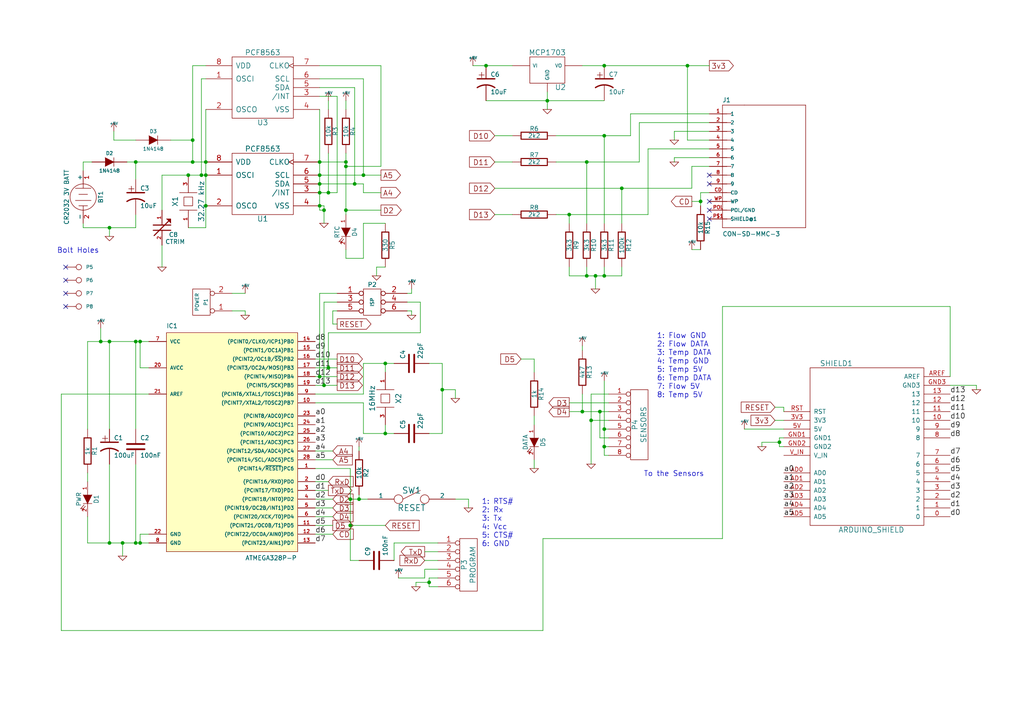
<source format=kicad_sch>
(kicad_sch (version 20230121) (generator eeschema)
  (paper "A4")
  (title_block (date "9 oct 2012"))
  (junction (at 59.69 50.8))
  (junction (at 180.34 54.61))
  (junction (at 171.45 121.92))
  (junction (at 95.25 55.88))
  (junction (at 100.33 46.99))
  (junction (at 31.75 99.06))
  (junction (at 175.26 129.54))
  (junction (at 39.37 46.99))
  (junction (at 35.56 157.48))
  (junction (at 170.18 46.99))
  (junction (at 92.71 109.22))
  (junction (at 173.99 119.38))
  (junction (at 59.69 46.99))
  (junction (at 92.71 59.69))
  (junction (at 100.33 48.26))
  (junction (at 92.71 46.99))
  (junction (at 55.88 46.99))
  (junction (at 140.97 19.05))
  (junction (at 100.33 60.96))
  (junction (at 175.26 124.46))
  (junction (at 199.39 19.05))
  (junction (at 111.76 105.41))
  (junction (at 165.1 62.23))
  (junction (at 92.71 53.34))
  (junction (at 102.87 53.34))
  (junction (at 101.6 144.78))
  (junction (at 31.75 66.04))
  (junction (at 54.61 50.8))
  (junction (at 59.69 59.69))
  (junction (at 203.2 58.42))
  (junction (at 111.76 125.73))
  (junction (at 31.75 157.48))
  (junction (at 175.26 80.01))
  (junction (at 105.41 50.8))
  (junction (at 92.71 50.8))
  (junction (at 101.6 152.4))
  (junction (at 172.72 80.01))
  (junction (at 40.64 157.48))
  (junction (at 128.27 113.03))
  (junction (at 170.18 80.01))
  (junction (at 104.14 144.78))
  (junction (at 92.71 55.88))
  (junction (at 29.21 99.06))
  (junction (at 55.88 40.64))
  (junction (at 93.98 111.76))
  (junction (at 95.25 106.68))
  (junction (at 39.37 157.48))
  (junction (at 158.75 29.21))
  (junction (at 40.64 99.06))
  (junction (at 168.91 119.38))
  (junction (at 124.46 168.91))
  (junction (at 175.26 39.37))
  (junction (at 175.26 19.05))
  (junction (at 39.37 99.06))
  (junction (at 226.06 128.27))
  (junction (at 58.42 50.8))
  (junction (at 93.98 60.96))
  (no_connect (at 205.74 60.96))
  (no_connect (at 205.74 63.5))
  (no_connect (at 205.74 58.42))
  (no_connect (at 205.74 53.34))
  (no_connect (at 19.05 81.28))
  (no_connect (at 19.05 77.47))
  (no_connect (at 205.74 50.8))
  (no_connect (at 19.05 85.09))
  (no_connect (at 19.05 88.9))
  (wire (pts (xy 170.18 80.01) (xy 172.72 80.01)))
  (wire (pts (xy 275.59 88.9) (xy 275.59 109.22)))
  (wire (pts (xy 91.44 142.24) (xy 95.25 142.24)))
  (wire (pts (xy 111.76 64.77) (xy 105.41 64.77)))
  (wire (pts (xy 105.41 74.93) (xy 100.33 74.93)))
  (wire (pts (xy 92.71 59.69) (xy 92.71 60.96)))
  (wire (pts (xy 171.45 114.3) (xy 171.45 121.92)))
  (wire (pts (xy 101.6 144.78) (xy 101.6 135.89)))
  (wire (pts (xy 158.75 29.21) (xy 158.75 31.75)))
  (wire (pts (xy 227.33 121.92) (xy 224.79 121.92)))
  (wire (pts (xy 172.72 80.01) (xy 175.26 80.01)))
  (wire (pts (xy 209.55 88.9) (xy 209.55 156.21)))
  (wire (pts (xy 283.21 111.76) (xy 275.59 111.76)))
  (wire (pts (xy 226.06 127) (xy 227.33 127)))
  (wire (pts (xy 154.94 123.19) (xy 154.94 120.65)))
  (wire (pts (xy 26.67 46.99) (xy 24.13 46.99)))
  (wire (pts (xy 105.41 64.77) (xy 105.41 74.93)))
  (wire (pts (xy 175.26 39.37) (xy 182.88 39.37)))
  (wire (pts (xy 161.29 39.37) (xy 175.26 39.37)))
  (wire (pts (xy 101.6 152.4) (xy 111.76 152.4)))
  (wire (pts (xy 91.44 106.68) (xy 95.25 106.68)))
  (wire (pts (xy 172.72 83.82) (xy 172.72 80.01)))
  (wire (pts (xy 39.37 124.46) (xy 39.37 99.06)))
  (wire (pts (xy 168.91 119.38) (xy 168.91 114.3)))
  (wire (pts (xy 111.76 125.73) (xy 114.3 125.73)))
  (wire (pts (xy 91.44 109.22) (xy 92.71 109.22)))
  (wire (pts (xy 151.13 104.14) (xy 154.94 104.14)))
  (wire (pts (xy 59.69 46.99) (xy 55.88 46.99)))
  (wire (pts (xy 170.18 46.99) (xy 170.18 64.77)))
  (wire (pts (xy 175.26 132.08) (xy 175.26 129.54)))
  (wire (pts (xy 105.41 55.88) (xy 110.49 55.88)))
  (wire (pts (xy 121.92 87.63) (xy 121.92 96.52)))
  (wire (pts (xy 93.98 111.76) (xy 97.79 111.76)))
  (wire (pts (xy 55.88 40.64) (xy 49.53 40.64)))
  (wire (pts (xy 127 157.48) (xy 114.3 157.48)))
  (wire (pts (xy 165.1 77.47) (xy 165.1 80.01)))
  (wire (pts (xy 39.37 157.48) (xy 40.64 157.48)))
  (wire (pts (xy 170.18 46.99) (xy 161.29 46.99)))
  (wire (pts (xy 102.87 53.34) (xy 105.41 53.34)))
  (wire (pts (xy 187.96 62.23) (xy 165.1 62.23)))
  (wire (pts (xy 25.4 139.7) (xy 25.4 137.16)))
  (wire (pts (xy 118.11 85.09) (xy 119.38 85.09)))
  (wire (pts (xy 158.75 26.67) (xy 158.75 29.21)))
  (wire (pts (xy 92.71 31.75) (xy 92.71 46.99)))
  (wire (pts (xy 165.1 119.38) (xy 168.91 119.38)))
  (wire (pts (xy 59.69 50.8) (xy 59.69 59.69)))
  (wire (pts (xy 91.44 139.7) (xy 95.25 139.7)))
  (wire (pts (xy 175.26 19.05) (xy 168.91 19.05)))
  (wire (pts (xy 187.96 43.18) (xy 187.96 62.23)))
  (wire (pts (xy 205.74 19.05) (xy 199.39 19.05)))
  (wire (pts (xy 93.98 59.69) (xy 93.98 60.96)))
  (wire (pts (xy 124.46 167.64) (xy 127 167.64)))
  (wire (pts (xy 226.06 129.54) (xy 226.06 128.27)))
  (wire (pts (xy 71.12 90.17) (xy 67.31 90.17)))
  (wire (pts (xy 283.21 113.03) (xy 283.21 111.76)))
  (wire (pts (xy 97.79 27.94) (xy 97.79 55.88)))
  (wire (pts (xy 91.44 104.14) (xy 97.79 104.14)))
  (wire (pts (xy 95.25 55.88) (xy 95.25 44.45)))
  (wire (pts (xy 104.14 144.78) (xy 106.68 144.78)))
  (wire (pts (xy 101.6 152.4) (xy 101.6 144.78)))
  (wire (pts (xy 121.92 96.52) (xy 95.25 96.52)))
  (wire (pts (xy 180.34 80.01) (xy 180.34 77.47)))
  (wire (pts (xy 92.71 22.86) (xy 105.41 22.86)))
  (wire (pts (xy 40.64 106.68) (xy 40.64 99.06)))
  (wire (pts (xy 171.45 121.92) (xy 171.45 134.62)))
  (wire (pts (xy 173.99 127) (xy 176.53 127)))
  (wire (pts (xy 175.26 39.37) (xy 175.26 64.77)))
  (wire (pts (xy 91.44 130.81) (xy 96.52 130.81)))
  (wire (pts (xy 168.91 101.6) (xy 168.91 100.33)))
  (wire (pts (xy 46.99 77.47) (xy 46.99 71.12)))
  (wire (pts (xy 175.26 129.54) (xy 176.53 129.54)))
  (wire (pts (xy 110.49 19.05) (xy 92.71 19.05)))
  (wire (pts (xy 119.38 85.09) (xy 119.38 83.82)))
  (wire (pts (xy 132.08 115.57) (xy 132.08 113.03)))
  (wire (pts (xy 123.19 160.02) (xy 127 160.02)))
  (wire (pts (xy 205.74 35.56) (xy 185.42 35.56)))
  (wire (pts (xy 59.69 59.69) (xy 59.69 66.04)))
  (wire (pts (xy 92.71 55.88) (xy 95.25 55.88)))
  (wire (pts (xy 176.53 114.3) (xy 171.45 114.3)))
  (wire (pts (xy 165.1 62.23) (xy 165.1 64.77)))
  (wire (pts (xy 91.44 152.4) (xy 96.52 152.4)))
  (wire (pts (xy 97.79 85.09) (xy 92.71 85.09)))
  (wire (pts (xy 100.33 48.26) (xy 110.49 48.26)))
  (wire (pts (xy 105.41 50.8) (xy 110.49 50.8)))
  (wire (pts (xy 92.71 60.96) (xy 93.98 60.96)))
  (wire (pts (xy 168.91 119.38) (xy 173.99 119.38)))
  (wire (pts (xy 95.25 55.88) (xy 97.79 55.88)))
  (wire (pts (xy 39.37 99.06) (xy 40.64 99.06)))
  (wire (pts (xy 92.71 53.34) (xy 92.71 55.88)))
  (wire (pts (xy 220.98 128.27) (xy 226.06 128.27)))
  (wire (pts (xy 59.69 19.05) (xy 55.88 19.05)))
  (wire (pts (xy 175.26 129.54) (xy 175.26 124.46)))
  (wire (pts (xy 54.61 50.8) (xy 58.42 50.8)))
  (wire (pts (xy 91.44 154.94) (xy 96.52 154.94)))
  (wire (pts (xy 100.33 62.23) (xy 100.33 60.96)))
  (wire (pts (xy 105.41 105.41) (xy 105.41 114.3)))
  (wire (pts (xy 59.69 22.86) (xy 58.42 22.86)))
  (wire (pts (xy 39.37 66.04) (xy 31.75 66.04)))
  (wire (pts (xy 59.69 46.99) (xy 59.69 50.8)))
  (wire (pts (xy 17.78 114.3) (xy 43.18 114.3)))
  (wire (pts (xy 92.71 46.99) (xy 92.71 50.8)))
  (wire (pts (xy 205.74 38.1) (xy 195.58 38.1)))
  (wire (pts (xy 109.22 80.01) (xy 109.22 77.47)))
  (wire (pts (xy 91.44 135.89) (xy 101.6 135.89)))
  (wire (pts (xy 31.75 157.48) (xy 31.75 134.62)))
  (wire (pts (xy 93.98 60.96) (xy 93.98 64.77)))
  (wire (pts (xy 128.27 105.41) (xy 128.27 113.03)))
  (wire (pts (xy 114.3 157.48) (xy 114.3 162.56)))
  (wire (pts (xy 143.51 62.23) (xy 148.59 62.23)))
  (wire (pts (xy 35.56 161.29) (xy 35.56 157.48)))
  (wire (pts (xy 92.71 27.94) (xy 97.79 27.94)))
  (wire (pts (xy 227.33 118.11) (xy 224.79 118.11)))
  (wire (pts (xy 55.88 40.64) (xy 55.88 46.99)))
  (wire (pts (xy 25.4 149.86) (xy 25.4 157.48)))
  (wire (pts (xy 123.19 165.1) (xy 127 165.1)))
  (wire (pts (xy 17.78 182.88) (xy 17.78 114.3)))
  (wire (pts (xy 165.1 80.01) (xy 170.18 80.01)))
  (wire (pts (xy 100.33 31.75) (xy 100.33 29.21)))
  (wire (pts (xy 185.42 46.99) (xy 170.18 46.99)))
  (wire (pts (xy 157.48 182.88) (xy 17.78 182.88)))
  (wire (pts (xy 203.2 58.42) (xy 200.66 58.42)))
  (wire (pts (xy 96.52 147.32) (xy 91.44 147.32)))
  (wire (pts (xy 227.33 124.46) (xy 215.9 124.46)))
  (wire (pts (xy 100.33 46.99) (xy 100.33 44.45)))
  (wire (pts (xy 31.75 68.58) (xy 31.75 66.04)))
  (wire (pts (xy 203.2 59.69) (xy 203.2 58.42)))
  (wire (pts (xy 31.75 157.48) (xy 35.56 157.48)))
  (wire (pts (xy 96.52 93.98) (xy 97.79 93.98)))
  (wire (pts (xy 132.08 113.03) (xy 128.27 113.03)))
  (wire (pts (xy 29.21 99.06) (xy 31.75 99.06)))
  (wire (pts (xy 182.88 33.02) (xy 205.74 33.02)))
  (wire (pts (xy 185.42 35.56) (xy 185.42 46.99)))
  (wire (pts (xy 180.34 54.61) (xy 180.34 64.77)))
  (wire (pts (xy 195.58 46.99) (xy 195.58 45.72)))
  (wire (pts (xy 200.66 54.61) (xy 200.66 48.26)))
  (wire (pts (xy 31.75 66.04) (xy 24.13 66.04)))
  (wire (pts (xy 143.51 46.99) (xy 148.59 46.99)))
  (wire (pts (xy 123.19 167.64) (xy 123.19 165.1)))
  (wire (pts (xy 101.6 144.78) (xy 104.14 144.78)))
  (wire (pts (xy 96.52 90.17) (xy 96.52 93.98)))
  (wire (pts (xy 114.3 105.41) (xy 111.76 105.41)))
  (wire (pts (xy 39.37 52.07) (xy 39.37 46.99)))
  (wire (pts (xy 43.18 106.68) (xy 40.64 106.68)))
  (wire (pts (xy 95.25 31.75) (xy 95.25 29.21)))
  (wire (pts (xy 58.42 22.86) (xy 58.42 50.8)))
  (wire (pts (xy 170.18 77.47) (xy 170.18 80.01)))
  (wire (pts (xy 105.41 53.34) (xy 105.41 55.88)))
  (wire (pts (xy 220.98 129.54) (xy 220.98 128.27)))
  (wire (pts (xy 91.44 149.86) (xy 96.52 149.86)))
  (wire (pts (xy 24.13 66.04) (xy 24.13 64.77)))
  (wire (pts (xy 100.33 74.93) (xy 100.33 72.39)))
  (wire (pts (xy 93.98 111.76) (xy 93.98 87.63)))
  (wire (pts (xy 59.69 31.75) (xy 59.69 46.99)))
  (wire (pts (xy 46.99 60.96) (xy 46.99 50.8)))
  (wire (pts (xy 39.37 62.23) (xy 39.37 66.04)))
  (wire (pts (xy 25.4 99.06) (xy 29.21 99.06)))
  (wire (pts (xy 119.38 91.44) (xy 119.38 90.17)))
  (wire (pts (xy 111.76 125.73) (xy 111.76 123.19)))
  (wire (pts (xy 40.64 157.48) (xy 40.64 154.94)))
  (wire (pts (xy 128.27 125.73) (xy 124.46 125.73)))
  (wire (pts (xy 91.44 116.84) (xy 105.41 116.84)))
  (wire (pts (xy 102.87 25.4) (xy 102.87 53.34)))
  (wire (pts (xy 124.46 168.91) (xy 124.46 167.64)))
  (wire (pts (xy 203.2 58.42) (xy 203.2 55.88)))
  (wire (pts (xy 31.75 124.46) (xy 31.75 99.06)))
  (wire (pts (xy 29.21 99.06) (xy 29.21 95.25)))
  (wire (pts (xy 111.76 105.41) (xy 105.41 105.41)))
  (wire (pts (xy 200.66 48.26) (xy 205.74 48.26)))
  (wire (pts (xy 135.89 144.78) (xy 132.08 144.78)))
  (wire (pts (xy 165.1 62.23) (xy 161.29 62.23)))
  (wire (pts (xy 209.55 156.21) (xy 157.48 156.21)))
  (wire (pts (xy 35.56 157.48) (xy 39.37 157.48)))
  (wire (pts (xy 176.53 132.08) (xy 175.26 132.08)))
  (wire (pts (xy 199.39 19.05) (xy 175.26 19.05)))
  (wire (pts (xy 95.25 96.52) (xy 95.25 106.68)))
  (wire (pts (xy 124.46 168.91) (xy 120.65 168.91)))
  (wire (pts (xy 227.33 119.38) (xy 227.33 118.11)))
  (wire (pts (xy 109.22 77.47) (xy 111.76 77.47)))
  (wire (pts (xy 67.31 85.09) (xy 71.12 85.09)))
  (wire (pts (xy 105.41 125.73) (xy 111.76 125.73)))
  (wire (pts (xy 127 170.18) (xy 124.46 170.18)))
  (wire (pts (xy 175.26 124.46) (xy 176.53 124.46)))
  (wire (pts (xy 92.71 50.8) (xy 92.71 53.34)))
  (wire (pts (xy 148.59 19.05) (xy 140.97 19.05)))
  (wire (pts (xy 199.39 40.64) (xy 199.39 19.05)))
  (wire (pts (xy 157.48 156.21) (xy 157.48 182.88)))
  (wire (pts (xy 165.1 116.84) (xy 176.53 116.84)))
  (wire (pts (xy 123.19 162.56) (xy 127 162.56)))
  (wire (pts (xy 227.33 129.54) (xy 226.06 129.54)))
  (wire (pts (xy 40.64 99.06) (xy 43.18 99.06)))
  (wire (pts (xy 105.41 114.3) (xy 91.44 114.3)))
  (wire (pts (xy 104.14 144.78) (xy 104.14 143.51)))
  (wire (pts (xy 97.79 90.17) (xy 96.52 90.17)))
  (wire (pts (xy 33.02 40.64) (xy 33.02 38.1)))
  (wire (pts (xy 25.4 124.46) (xy 25.4 99.06)))
  (wire (pts (xy 91.44 144.78) (xy 96.52 144.78)))
  (wire (pts (xy 95.25 106.68) (xy 97.79 106.68)))
  (wire (pts (xy 39.37 46.99) (xy 36.83 46.99)))
  (wire (pts (xy 105.41 22.86) (xy 105.41 50.8)))
  (wire (pts (xy 92.71 25.4) (xy 102.87 25.4)))
  (wire (pts (xy 173.99 119.38) (xy 176.53 119.38)))
  (wire (pts (xy 101.6 162.56) (xy 101.6 152.4)))
  (wire (pts (xy 124.46 105.41) (xy 128.27 105.41)))
  (wire (pts (xy 226.06 128.27) (xy 226.06 127)))
  (wire (pts (xy 25.4 157.48) (xy 31.75 157.48)))
  (wire (pts (xy 39.37 157.48) (xy 39.37 134.62)))
  (wire (pts (xy 104.14 130.81) (xy 104.14 129.54)))
  (wire (pts (xy 140.97 29.21) (xy 158.75 29.21)))
  (wire (pts (xy 92.71 50.8) (xy 105.41 50.8)))
  (wire (pts (xy 173.99 119.38) (xy 173.99 127)))
  (wire (pts (xy 105.41 116.84) (xy 105.41 125.73)))
  (wire (pts (xy 154.94 133.35) (xy 154.94 135.89)))
  (wire (pts (xy 118.11 87.63) (xy 121.92 87.63)))
  (wire (pts (xy 110.49 48.26) (xy 110.49 19.05)))
  (wire (pts (xy 154.94 104.14) (xy 154.94 107.95)))
  (wire (pts (xy 203.2 55.88) (xy 205.74 55.88)))
  (wire (pts (xy 31.75 99.06) (xy 39.37 99.06)))
  (wire (pts (xy 55.88 19.05) (xy 55.88 40.64)))
  (wire (pts (xy 175.26 124.46) (xy 175.26 110.49)))
  (wire (pts (xy 115.57 167.64) (xy 123.19 167.64)))
  (wire (pts (xy 175.26 80.01) (xy 180.34 80.01)))
  (wire (pts (xy 46.99 50.8) (xy 54.61 50.8)))
  (wire (pts (xy 119.38 90.17) (xy 118.11 90.17)))
  (wire (pts (xy 111.76 105.41) (xy 111.76 107.95)))
  (wire (pts (xy 158.75 29.21) (xy 175.26 29.21)))
  (wire (pts (xy 100.33 48.26) (xy 100.33 46.99)))
  (wire (pts (xy 143.51 54.61) (xy 180.34 54.61)))
  (wire (pts (xy 140.97 19.05) (xy 137.16 19.05)))
  (wire (pts (xy 55.88 46.99) (xy 39.37 46.99)))
  (wire (pts (xy 92.71 55.88) (xy 92.71 59.69)))
  (wire (pts (xy 100.33 46.99) (xy 92.71 46.99)))
  (wire (pts (xy 92.71 109.22) (xy 97.79 109.22)))
  (wire (pts (xy 92.71 53.34) (xy 102.87 53.34)))
  (wire (pts (xy 175.26 80.01) (xy 175.26 77.47)))
  (wire (pts (xy 91.44 111.76) (xy 93.98 111.76)))
  (wire (pts (xy 120.65 168.91) (xy 120.65 170.18)))
  (wire (pts (xy 110.49 60.96) (xy 100.33 60.96)))
  (wire (pts (xy 92.71 59.69) (xy 93.98 59.69)))
  (wire (pts (xy 104.14 162.56) (xy 101.6 162.56)))
  (wire (pts (xy 39.37 40.64) (xy 33.02 40.64)))
  (wire (pts (xy 40.64 154.94) (xy 43.18 154.94)))
  (wire (pts (xy 143.51 39.37) (xy 148.59 39.37)))
  (wire (pts (xy 93.98 87.63) (xy 97.79 87.63)))
  (wire (pts (xy 92.71 85.09) (xy 92.71 109.22)))
  (wire (pts (xy 24.13 46.99) (xy 24.13 49.53)))
  (wire (pts (xy 124.46 170.18) (xy 124.46 168.91)))
  (wire (pts (xy 71.12 91.44) (xy 71.12 90.17)))
  (wire (pts (xy 195.58 38.1) (xy 195.58 40.64)))
  (wire (pts (xy 180.34 54.61) (xy 200.66 54.61)))
  (wire (pts (xy 195.58 45.72) (xy 205.74 45.72)))
  (wire (pts (xy 176.53 121.92) (xy 171.45 121.92)))
  (wire (pts (xy 135.89 147.32) (xy 135.89 144.78)))
  (wire (pts (xy 205.74 43.18) (xy 187.96 43.18)))
  (wire (pts (xy 59.69 66.04) (xy 54.61 66.04)))
  (wire (pts (xy 205.74 40.64) (xy 199.39 40.64)))
  (wire (pts (xy 91.44 133.35) (xy 96.52 133.35)))
  (wire (pts (xy 58.42 50.8) (xy 59.69 50.8)))
  (wire (pts (xy 100.33 60.96) (xy 100.33 48.26)))
  (wire (pts (xy 200.66 72.39) (xy 203.2 72.39)))
  (wire (pts (xy 275.59 88.9) (xy 209.55 88.9)))
  (wire (pts (xy 182.88 39.37) (xy 182.88 33.02)))
  (wire (pts (xy 40.64 157.48) (xy 43.18 157.48)))
  (wire (pts (xy 128.27 113.03) (xy 128.27 125.73)))
  (text "1: RTS#\n2: Rx\n3: Tx\n4: Vcc\n5: CTS#\n6: GND" (at 139.7 158.75 0) (effects (font (size 1.524 1.524)) (justify left bottom)))
  (text "To the Sensors" (at 186.69 138.43 0) (effects (font (size 1.524 1.524)) (justify left bottom)))
  (text "1: Flow GND\n2: Flow DATA\n3: Temp DATA\n4: Temp GND\n5: Temp 5V\n6: Temp DATA\n7: Flow 5V\n8: Temp 5V" (at 190.5 115.57 0) (effects (font (size 1.524 1.524)) (justify left bottom)))
  (text "Bolt Holes" (at 16.51 73.66 0) (effects (font (size 1.524 1.524)) (justify left bottom)))
  (label "a5" (at 227.33 149.86 0) (effects (font (size 1.524 1.524))))
  (label "d3" (at 91.44 147.32 0) (effects (font (size 1.524 1.524))))
  (label "d11" (at 275.59 119.38 0) (effects (font (size 1.524 1.524))))
  (label "d9" (at 91.44 101.6 0) (effects (font (size 1.524 1.524))))
  (label "d8" (at 275.59 127 0) (effects (font (size 1.524 1.524))))
  (label "a2" (at 227.33 142.24 0) (effects (font (size 1.524 1.524))))
  (label "d0" (at 91.44 139.7 0) (effects (font (size 1.524 1.524))))
  (label "d4" (at 275.59 139.7 0) (effects (font (size 1.524 1.524))))
  (label "a1" (at 227.33 139.7 0) (effects (font (size 1.524 1.524))))
  (label "d5" (at 275.59 137.16 0) (effects (font (size 1.524 1.524))))
  (label "d13" (at 275.59 114.3 0) (effects (font (size 1.524 1.524))))
  (label "d10" (at 275.59 121.92 0) (effects (font (size 1.524 1.524))))
  (label "d7" (at 275.59 132.08 0) (effects (font (size 1.524 1.524))))
  (label "a4" (at 227.33 147.32 0) (effects (font (size 1.524 1.524))))
  (label "d13" (at 91.44 111.76 0) (effects (font (size 1.524 1.524))))
  (label "d12" (at 91.44 109.22 0) (effects (font (size 1.524 1.524))))
  (label "a0" (at 227.33 137.16 0) (effects (font (size 1.524 1.524))))
  (label "a3" (at 227.33 144.78 0) (effects (font (size 1.524 1.524))))
  (label "d2" (at 91.44 144.78 0) (effects (font (size 1.524 1.524))))
  (label "d3" (at 275.59 142.24 0) (effects (font (size 1.524 1.524))))
  (label "a1" (at 91.44 123.19 0) (effects (font (size 1.524 1.524))))
  (label "d5" (at 91.44 152.4 0) (effects (font (size 1.524 1.524))))
  (label "a0" (at 91.44 120.65 0) (effects (font (size 1.524 1.524))))
  (label "d1" (at 275.59 147.32 0) (effects (font (size 1.524 1.524))))
  (label "a3" (at 91.44 128.27 0) (effects (font (size 1.524 1.524))))
  (label "d6" (at 275.59 134.62 0) (effects (font (size 1.524 1.524))))
  (label "a2" (at 91.44 125.73 0) (effects (font (size 1.524 1.524))))
  (label "d6" (at 91.44 154.94 0) (effects (font (size 1.524 1.524))))
  (label "a5" (at 91.44 133.35 0) (effects (font (size 1.524 1.524))))
  (label "d10" (at 91.44 104.14 0) (effects (font (size 1.524 1.524))))
  (label "d8" (at 91.44 99.06 0) (effects (font (size 1.524 1.524))))
  (label "d12" (at 275.59 116.84 0) (effects (font (size 1.524 1.524))))
  (label "d4" (at 91.44 149.86 0) (effects (font (size 1.524 1.524))))
  (label "a4" (at 91.44 130.81 0) (effects (font (size 1.524 1.524))))
  (label "d1" (at 91.44 142.24 0) (effects (font (size 1.524 1.524))))
  (label "d7" (at 91.44 157.48 0) (effects (font (size 1.524 1.524))))
  (label "d11" (at 91.44 106.68 0) (effects (font (size 1.524 1.524))))
  (label "d9" (at 275.59 124.46 0) (effects (font (size 1.524 1.524))))
  (label "d0" (at 275.59 149.86 0) (effects (font (size 1.524 1.524))))
  (label "d2" (at 275.59 144.78 0) (effects (font (size 1.524 1.524))))
  (global_label "A5" (shape output) (at 110.49 50.8 0) (effects (font (size 1.524 1.524))) (property "Intersheetrefs" "${INTERSHEET_REFS}" (effects hide)))
  (global_label "D12" (shape input) (at 143.51 54.61 180) (effects (font (size 1.524 1.524))) (property "Intersheetrefs" "${INTERSHEET_REFS}" (effects hide)))
  (global_label "RESET" (shape input) (at 111.76 152.4 0) (effects (font (size 1.524 1.524))) (property "Intersheetrefs" "${INTERSHEET_REFS}" (effects hide)))
  (global_label "D4" (shape input) (at 96.52 149.86 0) (effects (font (size 1.524 1.524))) (property "Intersheetrefs" "${INTERSHEET_REFS}" (effects hide)))
  (global_label "D10" (shape output) (at 97.79 104.14 0) (effects (font (size 1.524 1.524))) (property "Intersheetrefs" "${INTERSHEET_REFS}" (effects hide)))
  (global_label "D12" (shape output) (at 97.79 109.22 0) (effects (font (size 1.524 1.524))) (property "Intersheetrefs" "${INTERSHEET_REFS}" (effects hide)))
  (global_label "D13" (shape input) (at 143.51 62.23 180) (effects (font (size 1.524 1.524))) (property "Intersheetrefs" "${INTERSHEET_REFS}" (effects hide)))
  (global_label "TxD" (shape output) (at 95.25 142.24 0) (effects (font (size 1.524 1.524))) (property "Intersheetrefs" "${INTERSHEET_REFS}" (effects hide)))
  (global_label "D2" (shape output) (at 110.49 60.96 0) (effects (font (size 1.524 1.524))) (property "Intersheetrefs" "${INTERSHEET_REFS}" (effects hide)))
  (global_label "RESET" (shape output) (at 97.79 93.98 0) (effects (font (size 1.524 1.524))) (property "Intersheetrefs" "${INTERSHEET_REFS}" (effects hide)))
  (global_label "D11" (shape input) (at 143.51 46.99 180) (effects (font (size 1.524 1.524))) (property "Intersheetrefs" "${INTERSHEET_REFS}" (effects hide)))
  (global_label "RESET" (shape input) (at 224.79 118.11 180) (effects (font (size 1.524 1.524))) (property "Intersheetrefs" "${INTERSHEET_REFS}" (effects hide)))
  (global_label "RxD" (shape input) (at 95.25 139.7 0) (effects (font (size 1.524 1.524))) (property "Intersheetrefs" "${INTERSHEET_REFS}" (effects hide)))
  (global_label "D2" (shape input) (at 96.52 144.78 0) (effects (font (size 1.524 1.524))) (property "Intersheetrefs" "${INTERSHEET_REFS}" (effects hide)))
  (global_label "D5" (shape output) (at 96.52 152.4 0) (effects (font (size 1.524 1.524))) (property "Intersheetrefs" "${INTERSHEET_REFS}" (effects hide)))
  (global_label "3v3" (shape output) (at 205.74 19.05 0) (effects (font (size 1.524 1.524))) (property "Intersheetrefs" "${INTERSHEET_REFS}" (effects hide)))
  (global_label "A4" (shape input) (at 96.52 130.81 0) (effects (font (size 1.524 1.524))) (property "Intersheetrefs" "${INTERSHEET_REFS}" (effects hide)))
  (global_label "D13" (shape output) (at 97.79 111.76 0) (effects (font (size 1.524 1.524))) (property "Intersheetrefs" "${INTERSHEET_REFS}" (effects hide)))
  (global_label "A5" (shape input) (at 96.52 133.35 0) (effects (font (size 1.524 1.524))) (property "Intersheetrefs" "${INTERSHEET_REFS}" (effects hide)))
  (global_label "3v3" (shape input) (at 224.79 121.92 180) (effects (font (size 1.524 1.524))) (property "Intersheetrefs" "${INTERSHEET_REFS}" (effects hide)))
  (global_label "D4" (shape output) (at 165.1 119.38 180) (effects (font (size 1.524 1.524))) (property "Intersheetrefs" "${INTERSHEET_REFS}" (effects hide)))
  (global_label "CD" (shape output) (at 200.66 58.42 180) (effects (font (size 1.524 1.524))) (property "Intersheetrefs" "${INTERSHEET_REFS}" (effects hide)))
  (global_label "RxD" (shape input) (at 123.19 162.56 180) (effects (font (size 1.524 1.524))) (property "Intersheetrefs" "${INTERSHEET_REFS}" (effects hide)))
  (global_label "D11" (shape output) (at 97.79 106.68 0) (effects (font (size 1.524 1.524))) (property "Intersheetrefs" "${INTERSHEET_REFS}" (effects hide)))
  (global_label "A4" (shape output) (at 110.49 55.88 0) (effects (font (size 1.524 1.524))) (property "Intersheetrefs" "${INTERSHEET_REFS}" (effects hide)))
  (global_label "TxD" (shape output) (at 123.19 160.02 180) (effects (font (size 1.524 1.524))) (property "Intersheetrefs" "${INTERSHEET_REFS}" (effects hide)))
  (global_label "D10" (shape input) (at 143.51 39.37 180) (effects (font (size 1.524 1.524))) (property "Intersheetrefs" "${INTERSHEET_REFS}" (effects hide)))
  (global_label "D5" (shape input) (at 151.13 104.14 180) (effects (font (size 1.524 1.524))) (property "Intersheetrefs" "${INTERSHEET_REFS}" (effects hide)))
  (global_label "CD" (shape input) (at 96.52 154.94 0) (effects (font (size 1.524 1.524))) (property "Intersheetrefs" "${INTERSHEET_REFS}" (effects hide)))
  (global_label "D3" (shape output) (at 165.1 116.84 180) (effects (font (size 1.524 1.524))) (property "Intersheetrefs" "${INTERSHEET_REFS}" (effects hide)))
  (global_label "D3" (shape input) (at 96.52 147.32 0) (effects (font (size 1.524 1.524))) (property "Intersheetrefs" "${INTERSHEET_REFS}" (effects hide)))
  (symbol (lib_id "DAQ_Flow_LEEDR_v5-rescue:ATMEGA328P-P-RESCUE-DAQ_Flow_LEEDR_v4") (at 66.04 127 0) (unit 1)
    (property "Reference" "IC1" (at 48.26 95.25 0) (effects (justify left bottom)))
    (property "Value" "ATMEGA328P-P" (at 71.12 162.56 0) (effects (justify left bottom)))
    (property "Footprint" "matts_components:DIP-28__300_ELL" (effects hide))
  )
  (symbol (lib_id "DAQ_Flow_LEEDR_v5-rescue:R-RESCUE-DAQ_Flow_LEEDR_v4") (at 104.14 137.16 0) (unit 1)
    (property "Reference" "R2" (at 106.172 137.16 90))
    (property "Value" "10k" (at 104.14 137.16 90))
    (property "Footprint" "matts_components:R3-LARGE_PADS_0_8_hole" (effects hide))
  )
  (symbol (lib_id "DAQ_Flow_LEEDR_v5-rescue:QUARTZCMS4") (at 111.76 115.57 270) (unit 1)
    (property "Reference" "X2" (at 115.57 115.57 0) (effects (font (size 1.524 1.524))))
    (property "Value" "16MHz" (at 107.95 115.57 0) (effects (font (size 1.524 1.524))))
    (property "Footprint" "matts_components:Xtal_small_matt" (effects hide))
  )
  (symbol (lib_id "DAQ_Flow_LEEDR_v5-rescue:C-RESCUE-DAQ_Flow_LEEDR_v4") (at 119.38 105.41 90) (unit 1)
    (property "Reference" "C4" (at 116.84 104.14 0) (effects (justify left)))
    (property "Value" "22pF" (at 121.92 104.14 0) (effects (justify left)))
    (property "Footprint" "matts_components:C1_lg_pad" (effects hide))
  )
  (symbol (lib_id "DAQ_Flow_LEEDR_v5-rescue:C-RESCUE-DAQ_Flow_LEEDR_v4") (at 119.38 125.73 90) (unit 1)
    (property "Reference" "C5" (at 116.84 124.46 0) (effects (justify left)))
    (property "Value" "22pF" (at 121.92 124.46 0) (effects (justify left)))
    (property "Footprint" "matts_components:C1_lg_pad" (effects hide))
  )
  (symbol (lib_id "DAQ_Flow_LEEDR_v5-rescue:SPST") (at 119.38 144.78 0) (unit 1)
    (property "Reference" "SW1" (at 119.38 142.24 0) (effects (font (size 1.778 1.778))))
    (property "Value" "RESET" (at 119.38 147.32 0) (effects (font (size 1.778 1.778))))
    (property "Footprint" "matts_components:SW_PUSH_single_pins" (effects hide))
  )
  (symbol (lib_id "DAQ_Flow_LEEDR_v5-rescue:CP1-RESCUE-DAQ_Flow_LEEDR_v4") (at 31.75 129.54 0) (unit 1)
    (property "Reference" "C1" (at 33.02 127 0) (effects (justify left)))
    (property "Value" "100uF" (at 33.02 132.08 0) (effects (justify left)))
    (property "Footprint" "matts_components:C2V8_large_pads" (effects hide))
  )
  (symbol (lib_id "DAQ_Flow_LEEDR_v5-rescue:C-RESCUE-DAQ_Flow_LEEDR_v4") (at 39.37 129.54 0) (unit 1)
    (property "Reference" "C2" (at 40.64 127 0) (effects (justify left)))
    (property "Value" "100nF" (at 40.64 132.08 0) (effects (justify left)))
    (property "Footprint" "matts_components:C1_wide_lg_pad" (effects hide))
  )
  (symbol (lib_id "DAQ_Flow_LEEDR_v5-rescue:R-RESCUE-DAQ_Flow_LEEDR_v4") (at 25.4 130.81 0) (unit 1)
    (property "Reference" "R1" (at 27.432 130.81 90))
    (property "Value" "1k" (at 25.4 130.81 90))
    (property "Footprint" "matts_components:R3-LARGE_PADS_0_8_hole" (effects hide))
  )
  (symbol (lib_id "DAQ_Flow_LEEDR_v5-rescue:LED-RESCUE-DAQ_Flow_LEEDR_v4") (at 25.4 144.78 270) (unit 1)
    (property "Reference" "D1" (at 27.94 144.78 0))
    (property "Value" "PWR" (at 22.86 144.78 0))
    (property "Footprint" "matts_components:led-LED3MM_matt" (effects hide))
  )
  (symbol (lib_id "DAQ_Flow_LEEDR_v5-rescue:PCF8563") (at 76.2 53.34 0) (unit 1)
    (property "Reference" "U1" (at 76.2 63.4746 0) (effects (font (size 1.524 1.524))))
    (property "Value" "PCF8563" (at 76.2 43.18 0) (effects (font (size 1.524 1.524))))
    (property "Footprint" "REInnovationFootprint:DIP-8_300_ELL" (effects hide))
  )
  (symbol (lib_id "DAQ_Flow_LEEDR_v5-rescue:QUARTZCMS4") (at 54.61 58.42 90) (unit 1)
    (property "Reference" "X1" (at 50.8 58.42 0) (effects (font (size 1.524 1.524))))
    (property "Value" "32.27 kHz" (at 58.42 58.42 0) (effects (font (size 1.524 1.524))))
    (property "Footprint" "matts_components:Xtal_watch_matt" (effects hide))
  )
  (symbol (lib_id "DAQ_Flow_LEEDR_v5-rescue:R-RESCUE-DAQ_Flow_LEEDR_v4") (at 100.33 38.1 0) (unit 1)
    (property "Reference" "R4" (at 102.362 38.1 90))
    (property "Value" "10k" (at 100.33 38.1 90))
    (property "Footprint" "matts_components:R3-LARGE_PADS_0_8_hole" (effects hide))
  )
  (symbol (lib_id "DAQ_Flow_LEEDR_v5-rescue:LED-RESCUE-DAQ_Flow_LEEDR_v4") (at 100.33 67.31 270) (unit 1)
    (property "Reference" "D4" (at 102.87 67.31 0))
    (property "Value" "RTC" (at 97.79 67.31 0))
    (property "Footprint" "matts_components:led-LED3MM_matt" (effects hide))
  )
  (symbol (lib_id "DAQ_Flow_LEEDR_v5-rescue:R-RESCUE-DAQ_Flow_LEEDR_v4") (at 95.25 38.1 0) (unit 1)
    (property "Reference" "R3" (at 97.282 38.1 90))
    (property "Value" "10k" (at 95.25 38.1 90))
    (property "Footprint" "matts_components:R3-LARGE_PADS_0_8_hole" (effects hide))
  )
  (symbol (lib_id "DAQ_Flow_LEEDR_v5-rescue:CP1-RESCUE-DAQ_Flow_LEEDR_v4") (at 39.37 57.15 0) (unit 1)
    (property "Reference" "C3" (at 40.64 54.61 0) (effects (justify left)))
    (property "Value" "10uF" (at 40.64 59.69 0) (effects (justify left)))
    (property "Footprint" "matts_components:C2V8_large_pad" (effects hide))
  )
  (symbol (lib_id "DAQ_Flow_LEEDR_v5-rescue:DIODE") (at 31.75 46.99 0) (unit 1)
    (property "Reference" "D2" (at 31.75 44.45 0) (effects (font (size 1.016 1.016))))
    (property "Value" "1N4148" (at 31.75 49.53 0) (effects (font (size 1.016 1.016))))
    (property "Footprint" "matts_components:D4_lg_pad" (effects hide))
  )
  (symbol (lib_id "DAQ_Flow_LEEDR_v5-rescue:DIODE") (at 44.45 40.64 0) (unit 1)
    (property "Reference" "D3" (at 44.45 38.1 0) (effects (font (size 1.016 1.016))))
    (property "Value" "1N4148" (at 44.45 43.18 0) (effects (font (size 1.016 1.016))))
    (property "Footprint" "matts_components:D4_lg_pad" (effects hide))
  )
  (symbol (lib_id "DAQ_Flow_LEEDR_v5-rescue:BATTERY") (at 24.13 57.15 270) (unit 1)
    (property "Reference" "BT1" (at 29.21 57.15 0))
    (property "Value" "CR2032 3V BATT" (at 19.304 57.15 0))
    (property "Footprint" "matts_components:Batt_conn_20mm_thruh" (effects hide))
  )
  (symbol (lib_id "DAQ_Flow_LEEDR_v5-rescue:+5V") (at 33.02 38.1 0) (unit 1)
    (property "Reference" "#PWR031" (effects hide))
    (property "Value" "+5V" (at 33.02 35.814 0) (effects (font (size 0.762 0.762))))
  )
  (symbol (lib_id "DAQ_Flow_LEEDR_v5-rescue:GND-RESCUE-DAQ_Flow_LEEDR_v4") (at 31.75 68.58 0) (unit 1)
    (property "Reference" "#PWR030" (effects hide))
    (property "Value" "GND" (effects hide))
  )
  (symbol (lib_id "DAQ_Flow_LEEDR_v5-rescue:+5V") (at 95.25 29.21 0) (unit 1)
    (property "Reference" "#PWR029" (effects hide))
    (property "Value" "+5V" (at 95.25 26.924 0) (effects (font (size 0.762 0.762))))
  )
  (symbol (lib_id "DAQ_Flow_LEEDR_v5-rescue:+5V") (at 100.33 29.21 0) (unit 1)
    (property "Reference" "#PWR028" (effects hide))
    (property "Value" "+5V" (at 100.33 26.924 0) (effects (font (size 0.762 0.762))))
  )
  (symbol (lib_id "DAQ_Flow_LEEDR_v5-rescue:GND-RESCUE-DAQ_Flow_LEEDR_v4") (at 93.98 64.77 0) (unit 1)
    (property "Reference" "#PWR027" (effects hide))
    (property "Value" "GND" (effects hide))
  )
  (symbol (lib_id "DAQ_Flow_LEEDR_v5-rescue:R-RESCUE-DAQ_Flow_LEEDR_v4") (at 111.76 71.12 0) (unit 1)
    (property "Reference" "R5" (at 113.792 71.12 90))
    (property "Value" "330" (at 111.76 71.12 90))
    (property "Footprint" "matts_components:R3-LARGE_PADS_0_8_hole" (effects hide))
  )
  (symbol (lib_id "DAQ_Flow_LEEDR_v5-rescue:GND-RESCUE-DAQ_Flow_LEEDR_v4") (at 109.22 80.01 0) (unit 1)
    (property "Reference" "#PWR026" (effects hide))
    (property "Value" "GND" (effects hide))
  )
  (symbol (lib_id "DAQ_Flow_LEEDR_v5-rescue:GND-RESCUE-DAQ_Flow_LEEDR_v4") (at 35.56 161.29 0) (unit 1)
    (property "Reference" "#PWR025" (effects hide))
    (property "Value" "GND" (effects hide))
  )
  (symbol (lib_id "DAQ_Flow_LEEDR_v5-rescue:GND-RESCUE-DAQ_Flow_LEEDR_v4") (at 132.08 115.57 0) (unit 1)
    (property "Reference" "#PWR024" (effects hide))
    (property "Value" "GND" (effects hide))
  )
  (symbol (lib_id "DAQ_Flow_LEEDR_v5-rescue:+5V") (at 104.14 129.54 0) (unit 1)
    (property "Reference" "#PWR023" (effects hide))
    (property "Value" "+5V" (at 104.14 127.254 0) (effects (font (size 0.762 0.762))))
  )
  (symbol (lib_id "DAQ_Flow_LEEDR_v5-rescue:GND-RESCUE-DAQ_Flow_LEEDR_v4") (at 135.89 147.32 0) (unit 1)
    (property "Reference" "#PWR022" (effects hide))
    (property "Value" "GND" (effects hide))
  )
  (symbol (lib_id "DAQ_Flow_LEEDR_v5-rescue:R-RESCUE-DAQ_Flow_LEEDR_v4") (at 154.94 62.23 90) (unit 1)
    (property "Reference" "R8" (at 154.94 60.198 90))
    (property "Value" "2k2" (at 154.94 62.23 90))
    (property "Footprint" "matts_components:R3-LARGE_PADS_0_8_hole" (effects hide))
  )
  (symbol (lib_id "DAQ_Flow_LEEDR_v5-rescue:R-RESCUE-DAQ_Flow_LEEDR_v4") (at 165.1 71.12 0) (unit 1)
    (property "Reference" "R9" (at 167.132 71.12 90))
    (property "Value" "3k3" (at 165.1 71.12 90))
    (property "Footprint" "matts_components:R3-LARGE_PADS_0_8_hole" (effects hide))
  )
  (symbol (lib_id "DAQ_Flow_LEEDR_v5-rescue:R-RESCUE-DAQ_Flow_LEEDR_v4") (at 154.94 39.37 90) (unit 1)
    (property "Reference" "R6" (at 154.94 37.338 90))
    (property "Value" "2k2" (at 154.94 39.37 90))
    (property "Footprint" "matts_components:R3-LARGE_PADS_0_8_hole" (effects hide))
  )
  (symbol (lib_id "DAQ_Flow_LEEDR_v5-rescue:R-RESCUE-DAQ_Flow_LEEDR_v4") (at 170.18 71.12 0) (unit 1)
    (property "Reference" "R10" (at 172.212 71.12 90))
    (property "Value" "3k3" (at 170.18 71.12 90))
    (property "Footprint" "matts_components:R3-LARGE_PADS_0_8_hole" (effects hide))
  )
  (symbol (lib_id "DAQ_Flow_LEEDR_v5-rescue:R-RESCUE-DAQ_Flow_LEEDR_v4") (at 154.94 46.99 90) (unit 1)
    (property "Reference" "R7" (at 154.94 44.958 90))
    (property "Value" "2k2" (at 154.94 46.99 90))
    (property "Footprint" "matts_components:R3-LARGE_PADS_0_8_hole" (effects hide))
  )
  (symbol (lib_id "DAQ_Flow_LEEDR_v5-rescue:CON-SD-MMC-3") (at 213.36 48.26 0) (unit 1)
    (property "Reference" "J1" (at 209.55 29.718 0) (effects (justify left bottom)))
    (property "Value" "CON-SD-MMC-3" (at 209.55 68.58 0) (effects (justify left bottom)))
    (property "Footprint" "matts_components:SD_holder_3M_matt" (effects hide))
  )
  (symbol (lib_id "DAQ_Flow_LEEDR_v5-rescue:+5V") (at 29.21 95.25 0) (unit 1)
    (property "Reference" "#PWR021" (effects hide))
    (property "Value" "+5V" (at 29.21 92.964 0) (effects (font (size 0.762 0.762))))
  )
  (symbol (lib_id "DAQ_Flow_LEEDR_v5-rescue:7805") (at 158.75 20.32 0) (unit 1)
    (property "Reference" "U2" (at 162.56 25.2984 0) (effects (font (size 1.524 1.524))))
    (property "Value" "MCP1703" (at 158.75 15.24 0) (effects (font (size 1.524 1.524))))
    (property "Footprint" "matts_components:TO92_MCP9701_matt_2" (effects hide))
  )
  (symbol (lib_id "DAQ_Flow_LEEDR_v5-rescue:CP1-RESCUE-DAQ_Flow_LEEDR_v4") (at 140.97 24.13 0) (unit 1)
    (property "Reference" "C6" (at 142.24 21.59 0) (effects (justify left)))
    (property "Value" "10uF" (at 142.24 26.67 0) (effects (justify left)))
    (property "Footprint" "matts_components:C2V8_large_pad" (effects hide))
  )
  (symbol (lib_id "DAQ_Flow_LEEDR_v5-rescue:CP1-RESCUE-DAQ_Flow_LEEDR_v4") (at 175.26 24.13 0) (unit 1)
    (property "Reference" "C7" (at 176.53 21.59 0) (effects (justify left)))
    (property "Value" "10uF" (at 176.53 26.67 0) (effects (justify left)))
    (property "Footprint" "matts_components:C2V8_large_pad" (effects hide))
  )
  (symbol (lib_id "DAQ_Flow_LEEDR_v5-rescue:+5V") (at 137.16 19.05 0) (unit 1)
    (property "Reference" "#PWR020" (effects hide))
    (property "Value" "+5V" (at 137.16 16.764 0) (effects (font (size 0.762 0.762))))
  )
  (symbol (lib_id "DAQ_Flow_LEEDR_v5-rescue:GND-RESCUE-DAQ_Flow_LEEDR_v4") (at 158.75 31.75 0) (unit 1)
    (property "Reference" "#PWR019" (effects hide))
    (property "Value" "GND" (effects hide))
  )
  (symbol (lib_id "DAQ_Flow_LEEDR_v5-rescue:GND-RESCUE-DAQ_Flow_LEEDR_v4") (at 195.58 40.64 0) (unit 1)
    (property "Reference" "#PWR018" (effects hide))
    (property "Value" "GND" (effects hide))
  )
  (symbol (lib_id "DAQ_Flow_LEEDR_v5-rescue:GND-RESCUE-DAQ_Flow_LEEDR_v4") (at 195.58 46.99 0) (unit 1)
    (property "Reference" "#PWR017" (effects hide))
    (property "Value" "GND" (effects hide))
  )
  (symbol (lib_id "DAQ_Flow_LEEDR_v5-rescue:R-RESCUE-DAQ_Flow_LEEDR_v4") (at 175.26 71.12 0) (unit 1)
    (property "Reference" "R11" (at 177.292 71.12 90))
    (property "Value" "3k3" (at 175.26 71.12 90))
    (property "Footprint" "matts_components:R3-LARGE_PADS_0_8_hole" (effects hide))
  )
  (symbol (lib_id "DAQ_Flow_LEEDR_v5-rescue:R-RESCUE-DAQ_Flow_LEEDR_v4") (at 180.34 71.12 0) (unit 1)
    (property "Reference" "R12" (at 182.372 71.12 90))
    (property "Value" "100k" (at 180.34 71.12 90))
    (property "Footprint" "matts_components:R3-LARGE_PADS_0_8_hole" (effects hide))
  )
  (symbol (lib_id "DAQ_Flow_LEEDR_v5-rescue:GND-RESCUE-DAQ_Flow_LEEDR_v4") (at 172.72 83.82 0) (unit 1)
    (property "Reference" "#PWR016" (effects hide))
    (property "Value" "GND" (effects hide))
  )
  (symbol (lib_id "DAQ_Flow_LEEDR_v5-rescue:R-RESCUE-DAQ_Flow_LEEDR_v4") (at 168.91 107.95 0) (unit 1)
    (property "Reference" "R13" (at 170.942 107.95 90))
    (property "Value" "4k7" (at 168.91 107.95 90))
    (property "Footprint" "matts_components:R3-LARGE_PADS_0_8_hole" (effects hide))
  )
  (symbol (lib_id "DAQ_Flow_LEEDR_v5-rescue:GND-RESCUE-DAQ_Flow_LEEDR_v4") (at 171.45 134.62 0) (unit 1)
    (property "Reference" "#PWR015" (effects hide))
    (property "Value" "GND" (effects hide))
  )
  (symbol (lib_id "DAQ_Flow_LEEDR_v5-rescue:+5V") (at 168.91 100.33 0) (unit 1)
    (property "Reference" "#PWR014" (effects hide))
    (property "Value" "+5V" (at 168.91 98.044 0) (effects (font (size 0.762 0.762))))
  )
  (symbol (lib_id "DAQ_Flow_LEEDR_v5-rescue:+5V") (at 175.26 110.49 0) (unit 1)
    (property "Reference" "#PWR013" (effects hide))
    (property "Value" "+5V" (at 175.26 108.204 0) (effects (font (size 0.762 0.762))))
  )
  (symbol (lib_id "DAQ_Flow_LEEDR_v5-rescue:CONN_8") (at 185.42 123.19 0) (unit 1)
    (property "Reference" "P4" (at 184.15 123.19 90) (effects (font (size 1.524 1.524))))
    (property "Value" "SENSORS" (at 186.69 123.19 90) (effects (font (size 1.524 1.524))))
    (property "Footprint" "matts_components:SIL-8_lg_pad_1mm" (effects hide))
  )
  (symbol (lib_id "DAQ_Flow_LEEDR_v5-rescue:CTRIM-RESCUE-DAQ_Flow_LEEDR_v4") (at 46.99 66.04 0) (unit 1)
    (property "Reference" "C8" (at 50.292 68.072 0))
    (property "Value" "CTRIM" (at 50.8 70.104 0))
    (property "Footprint" "matts_components:CTrim" (effects hide))
  )
  (symbol (lib_id "DAQ_Flow_LEEDR_v5-rescue:R-RESCUE-DAQ_Flow_LEEDR_v4") (at 154.94 114.3 0) (unit 1)
    (property "Reference" "R14" (at 156.972 114.3 90))
    (property "Value" "1k" (at 154.94 114.3 90))
    (property "Footprint" "matts_components:R3-LARGE_PADS_0_8_hole" (effects hide))
  )
  (symbol (lib_id "DAQ_Flow_LEEDR_v5-rescue:LED-RESCUE-DAQ_Flow_LEEDR_v4") (at 154.94 128.27 270) (unit 1)
    (property "Reference" "D5" (at 157.48 128.27 0))
    (property "Value" "DATA" (at 152.4 128.27 0))
    (property "Footprint" "matts_components:led-LED3MM_matt" (effects hide))
  )
  (symbol (lib_id "DAQ_Flow_LEEDR_v5-rescue:GND-RESCUE-DAQ_Flow_LEEDR_v4") (at 154.94 135.89 0) (unit 1)
    (property "Reference" "#PWR012" (effects hide))
    (property "Value" "GND" (effects hide))
  )
  (symbol (lib_id "DAQ_Flow_LEEDR_v5-rescue:CONN_2-RESCUE-DAQ_Flow_LEEDR_v4") (at 58.42 87.63 180) (unit 1)
    (property "Reference" "P1" (at 59.69 87.63 90) (effects (font (size 1.016 1.016))))
    (property "Value" "POWER" (at 57.15 87.63 90) (effects (font (size 1.016 1.016))))
    (property "Footprint" "matts_components:Plug_power_5_3mm" (effects hide))
  )
  (symbol (lib_id "DAQ_Flow_LEEDR_v5-rescue:GND-RESCUE-DAQ_Flow_LEEDR_v4") (at 71.12 91.44 0) (unit 1)
    (property "Reference" "#PWR011" (effects hide))
    (property "Value" "GND" (effects hide))
  )
  (symbol (lib_id "DAQ_Flow_LEEDR_v5-rescue:+5V") (at 71.12 85.09 0) (unit 1)
    (property "Reference" "#PWR010" (effects hide))
    (property "Value" "+5V" (at 71.12 82.804 0) (effects (font (size 0.762 0.762))))
  )
  (symbol (lib_id "DAQ_Flow_LEEDR_v5-rescue:ARDUINO_SHIELD") (at 251.46 129.54 0) (unit 1)
    (property "Reference" "SHIELD1" (at 242.57 105.41 0) (effects (font (size 1.524 1.524))))
    (property "Value" "ARDUINO_SHIELD" (at 252.73 153.67 0) (effects (font (size 1.524 1.524))))
    (property "Footprint" "matts_components:ARDUINO_SHIELD_040pins_no_hole_large_pad_no_outline" (effects hide))
  )
  (symbol (lib_id "DAQ_Flow_LEEDR_v5-rescue:+5V") (at 215.9 124.46 0) (unit 1)
    (property "Reference" "#PWR09" (effects hide))
    (property "Value" "+5V" (at 215.9 122.174 0) (effects (font (size 0.762 0.762))))
  )
  (symbol (lib_id "DAQ_Flow_LEEDR_v5-rescue:GND-RESCUE-DAQ_Flow_LEEDR_v4") (at 220.98 129.54 0) (unit 1)
    (property "Reference" "#PWR08" (effects hide))
    (property "Value" "GND" (effects hide))
  )
  (symbol (lib_id "DAQ_Flow_LEEDR_v5-rescue:GND-RESCUE-DAQ_Flow_LEEDR_v4") (at 283.21 113.03 0) (unit 1)
    (property "Reference" "#PWR07" (effects hide))
    (property "Value" "GND" (effects hide))
  )
  (symbol (lib_id "DAQ_Flow_LEEDR_v5-rescue:CONN_6") (at 135.89 163.83 0) (unit 1)
    (property "Reference" "P3" (at 134.62 163.83 90) (effects (font (size 1.524 1.524))))
    (property "Value" "PROGRAM" (at 137.16 163.83 90) (effects (font (size 1.524 1.524))))
    (property "Footprint" "matts_components:SIL-6_large_pads_marker" (effects hide))
  )
  (symbol (lib_id "DAQ_Flow_LEEDR_v5-rescue:CONN_3X2") (at 107.95 88.9 0) (unit 1)
    (property "Reference" "P2" (at 107.95 82.55 0))
    (property "Value" "ISP" (at 107.95 87.63 90) (effects (font (size 1.016 1.016))))
    (property "Footprint" "matts_components:DIL_3x2_large_pads_1mm" (effects hide))
  )
  (symbol (lib_id "DAQ_Flow_LEEDR_v5-rescue:C-RESCUE-DAQ_Flow_LEEDR_v4") (at 109.22 162.56 90) (unit 1)
    (property "Reference" "C9" (at 106.68 161.29 0) (effects (justify left)))
    (property "Value" "100nF" (at 111.76 161.29 0) (effects (justify left)))
    (property "Footprint" "matts_components:C1_wide_lg_pad" (effects hide))
  )
  (symbol (lib_id "DAQ_Flow_LEEDR_v5-rescue:+5V") (at 115.57 167.64 0) (unit 1)
    (property "Reference" "#PWR06" (effects hide))
    (property "Value" "+5V" (at 115.57 165.354 0) (effects (font (size 0.762 0.762))))
  )
  (symbol (lib_id "DAQ_Flow_LEEDR_v5-rescue:GND-RESCUE-DAQ_Flow_LEEDR_v4") (at 120.65 170.18 0) (unit 1)
    (property "Reference" "#PWR05" (effects hide))
    (property "Value" "GND" (effects hide))
  )
  (symbol (lib_id "DAQ_Flow_LEEDR_v5-rescue:GND-RESCUE-DAQ_Flow_LEEDR_v4") (at 119.38 91.44 0) (unit 1)
    (property "Reference" "#PWR04" (effects hide))
    (property "Value" "GND" (effects hide))
  )
  (symbol (lib_id "DAQ_Flow_LEEDR_v5-rescue:+5V") (at 119.38 83.82 0) (unit 1)
    (property "Reference" "#PWR03" (effects hide))
    (property "Value" "+5V" (at 119.38 81.534 0) (effects (font (size 0.762 0.762))))
  )
  (symbol (lib_id "DAQ_Flow_LEEDR_v5-rescue:R-RESCUE-DAQ_Flow_LEEDR_v4") (at 203.2 66.04 0) (unit 1)
    (property "Reference" "R15" (at 205.232 66.04 90))
    (property "Value" "10k" (at 203.2 66.04 90))
    (property "Footprint" "matts_components:R3-LARGE_PADS_0_8_hole" (effects hide))
  )
  (symbol (lib_id "DAQ_Flow_LEEDR_v5-rescue:+5V") (at 200.66 72.39 0) (unit 1)
    (property "Reference" "#PWR02" (effects hide))
    (property "Value" "+5V" (at 200.66 70.104 0) (effects (font (size 0.762 0.762))))
  )
  (symbol (lib_id "DAQ_Flow_LEEDR_v5-rescue:CONN_1") (at 22.86 77.47 0) (unit 1)
    (property "Reference" "P5" (at 24.892 77.47 0) (effects (font (size 1.016 1.016)) (justify left)))
    (property "Value" "CONN_1" (effects hide))
    (property "Footprint" "matts_components:3mm_hole" (effects hide))
  )
  (symbol (lib_id "DAQ_Flow_LEEDR_v5-rescue:CONN_1") (at 22.86 81.28 0) (unit 1)
    (property "Reference" "P6" (at 24.892 81.28 0) (effects (font (size 1.016 1.016)) (justify left)))
    (property "Value" "CONN_1" (effects hide))
    (property "Footprint" "matts_components:3mm_hole" (effects hide))
  )
  (symbol (lib_id "DAQ_Flow_LEEDR_v5-rescue:CONN_1") (at 22.86 85.09 0) (unit 1)
    (property "Reference" "P7" (at 24.892 85.09 0) (effects (font (size 1.016 1.016)) (justify left)))
    (property "Value" "CONN_1" (effects hide))
    (property "Footprint" "matts_components:3mm_hole" (effects hide))
  )
  (symbol (lib_id "DAQ_Flow_LEEDR_v5-rescue:CONN_1") (at 22.86 88.9 0) (unit 1)
    (property "Reference" "P8" (at 24.892 88.9 0) (effects (font (size 1.016 1.016)) (justify left)))
    (property "Value" "CONN_1" (effects hide))
    (property "Footprint" "matts_components:3mm_hole" (effects hide))
  )
  (symbol (lib_id "DAQ_Flow_LEEDR_v5-rescue:GND-RESCUE-DAQ_Flow_LEEDR_v4") (at 46.99 77.47 0) (unit 1)
    (property "Reference" "#PWR01" (effects hide))
    (property "Value" "GND" (effects hide))
  )
  (symbol (lib_id "DAQ_Flow_LEEDR_v5-rescue:PCF8563") (at 76.2 25.4 0) (unit 1)
    (property "Reference" "U3" (at 76.2 35.5346 0) (effects (font (size 1.524 1.524))))
    (property "Value" "PCF8563" (at 76.2 15.24 0) (effects (font (size 1.524 1.524))))
    (property "Footprint" "REInnovationFootprint:SM_SOIC_8" (effects hide))
  )
)
</source>
